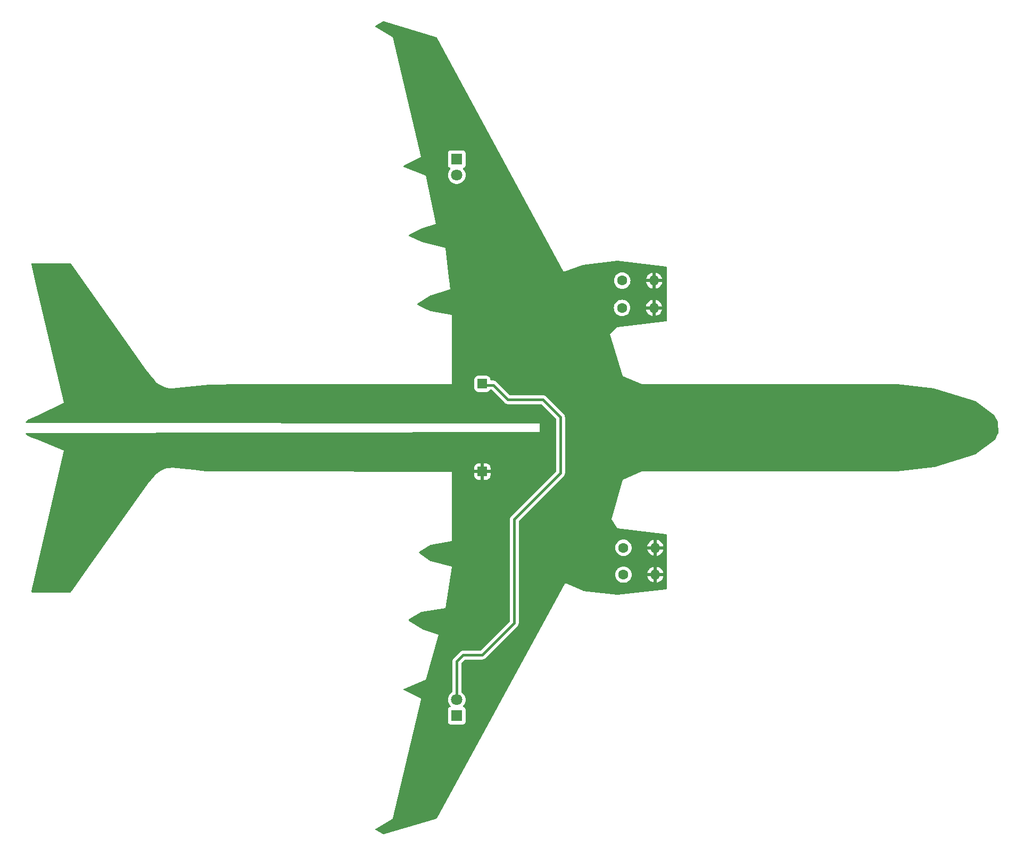
<source format=gbl>
%TF.GenerationSoftware,KiCad,Pcbnew,7.0.10*%
%TF.CreationDate,2024-11-15T17:15:35-05:00*%
%TF.ProjectId,plane,706c616e-652e-46b6-9963-61645f706362,rev?*%
%TF.SameCoordinates,Original*%
%TF.FileFunction,Copper,L2,Bot*%
%TF.FilePolarity,Positive*%
%FSLAX46Y46*%
G04 Gerber Fmt 4.6, Leading zero omitted, Abs format (unit mm)*
G04 Created by KiCad (PCBNEW 7.0.10) date 2024-11-15 17:15:35*
%MOMM*%
%LPD*%
G01*
G04 APERTURE LIST*
G04 Aperture macros list*
%AMRoundRect*
0 Rectangle with rounded corners*
0 $1 Rounding radius*
0 $2 $3 $4 $5 $6 $7 $8 $9 X,Y pos of 4 corners*
0 Add a 4 corners polygon primitive as box body*
4,1,4,$2,$3,$4,$5,$6,$7,$8,$9,$2,$3,0*
0 Add four circle primitives for the rounded corners*
1,1,$1+$1,$2,$3*
1,1,$1+$1,$4,$5*
1,1,$1+$1,$6,$7*
1,1,$1+$1,$8,$9*
0 Add four rect primitives between the rounded corners*
20,1,$1+$1,$2,$3,$4,$5,0*
20,1,$1+$1,$4,$5,$6,$7,0*
20,1,$1+$1,$6,$7,$8,$9,0*
20,1,$1+$1,$8,$9,$2,$3,0*%
G04 Aperture macros list end*
%TA.AperFunction,ComponentPad*%
%ADD10RoundRect,0.250000X-0.550000X-0.550000X0.550000X-0.550000X0.550000X0.550000X-0.550000X0.550000X0*%
%TD*%
%TA.AperFunction,ComponentPad*%
%ADD11C,1.600000*%
%TD*%
%TA.AperFunction,ComponentPad*%
%ADD12O,1.600000X1.600000*%
%TD*%
%TA.AperFunction,ComponentPad*%
%ADD13R,1.800000X1.800000*%
%TD*%
%TA.AperFunction,ComponentPad*%
%ADD14C,1.800000*%
%TD*%
%TA.AperFunction,ViaPad*%
%ADD15C,0.800000*%
%TD*%
%TA.AperFunction,Conductor*%
%ADD16C,0.200000*%
%TD*%
%TA.AperFunction,Conductor*%
%ADD17C,0.400000*%
%TD*%
G04 APERTURE END LIST*
D10*
%TO.P,GND,1,1*%
%TO.N,GND*%
X99060000Y-129540000D03*
%TD*%
%TO.P,3V,1,1*%
%TO.N,+3V0*%
X99060000Y-115570000D03*
%TD*%
D11*
%TO.P,R3,1*%
%TO.N,Net-(D3-K)*%
X121285000Y-103505000D03*
D12*
%TO.P,R3,2*%
%TO.N,GND*%
X126365000Y-103505000D03*
%TD*%
D13*
%TO.P,D2,1,K*%
%TO.N,Net-(D2-K)*%
X94996000Y-168402000D03*
D14*
%TO.P,D2,2,A*%
%TO.N,+3V0*%
X94996000Y-165862000D03*
%TD*%
D11*
%TO.P,R2,1*%
%TO.N,Net-(D2-K)*%
X121506638Y-145943629D03*
D12*
%TO.P,R2,2*%
%TO.N,GND*%
X126586638Y-145943629D03*
%TD*%
D11*
%TO.P,R1,1*%
%TO.N,Net-(D1-K)*%
X121316161Y-99155088D03*
D12*
%TO.P,R1,2*%
%TO.N,GND*%
X126396161Y-99155088D03*
%TD*%
D14*
%TO.P,D1,2,A*%
%TO.N,+3V0*%
X94996000Y-82367895D03*
D13*
%TO.P,D1,1,K*%
%TO.N,Net-(D1-K)*%
X94996000Y-79827895D03*
%TD*%
D11*
%TO.P,R4,1*%
%TO.N,Net-(D4-K)*%
X121506789Y-141673385D03*
D12*
%TO.P,R4,2*%
%TO.N,GND*%
X126586789Y-141673385D03*
%TD*%
D15*
%TO.N,GND*%
X115570000Y-129540000D03*
X115570000Y-115570000D03*
X166370000Y-125730000D03*
X166370000Y-119380000D03*
X132080000Y-125730000D03*
X132080000Y-119380000D03*
X99060000Y-105410000D03*
X88900000Y-63500000D03*
X99060000Y-93980000D03*
X95250000Y-153670000D03*
X90170000Y-181610000D03*
X99060000Y-139700000D03*
X66040000Y-127000000D03*
X66040000Y-118110000D03*
X38100000Y-127000000D03*
X38100000Y-118110000D03*
%TD*%
D16*
%TO.N,GND*%
X170180000Y-118110000D02*
X120650000Y-118110000D01*
X120015000Y-130175000D02*
X106045000Y-144145000D01*
X106045000Y-144145000D02*
X106045000Y-151765000D01*
X105410000Y-99060000D02*
X105410000Y-91440000D01*
X119380000Y-113030000D02*
X105410000Y-99060000D01*
X115570000Y-123190000D02*
X113030000Y-125730000D01*
X177800000Y-123190000D02*
X115570000Y-123190000D01*
X138430000Y-120650000D02*
X116840000Y-120650000D01*
X176530000Y-120650000D02*
X138430000Y-120650000D01*
X115570000Y-121920000D02*
X113030000Y-119380000D01*
X177800000Y-121920000D02*
X115570000Y-121920000D01*
X120650000Y-127000000D02*
X115570000Y-132080000D01*
X171450000Y-125730000D02*
X170180000Y-127000000D01*
X170180000Y-127000000D02*
X120650000Y-127000000D01*
X116840000Y-124460000D02*
X114300000Y-127000000D01*
X118110000Y-124460000D02*
X116840000Y-124460000D01*
X176530000Y-124460000D02*
X118110000Y-124460000D01*
X116840000Y-120650000D02*
X110490000Y-114300000D01*
X120650000Y-118110000D02*
X115570000Y-113030000D01*
X171450000Y-119380000D02*
X170180000Y-118110000D01*
D17*
%TO.N,+3V0*%
X94996000Y-159766000D02*
X94996000Y-165862000D01*
X96012000Y-158750000D02*
X94996000Y-159766000D01*
X99060000Y-158750000D02*
X96012000Y-158750000D01*
X104140000Y-153670000D02*
X99060000Y-158750000D01*
X104140000Y-137160000D02*
X104140000Y-153670000D01*
X111506000Y-129794000D02*
X104140000Y-137160000D01*
X111506000Y-120904000D02*
X111506000Y-129794000D01*
X108712000Y-118110000D02*
X111506000Y-120904000D01*
X103124000Y-118110000D02*
X108712000Y-118110000D01*
X100783638Y-115769638D02*
X103124000Y-118110000D01*
X99060000Y-115769638D02*
X100783638Y-115769638D01*
%TD*%
%TA.AperFunction,Conductor*%
%TO.N,GND*%
G36*
X83402578Y-57899662D02*
G01*
X91776713Y-60415623D01*
X91835253Y-60453765D01*
X91850125Y-60475430D01*
X112009427Y-97782589D01*
X112012386Y-97789073D01*
X112013815Y-97790694D01*
X112015670Y-97790444D01*
X112022403Y-97787373D01*
X115013380Y-96662535D01*
X115042530Y-96655451D01*
X120511660Y-96011922D01*
X120540238Y-96011878D01*
X128283659Y-96898329D01*
X128348025Y-96925510D01*
X128387477Y-96983175D01*
X128393556Y-97021524D01*
X128393556Y-105542100D01*
X128373871Y-105609139D01*
X128321067Y-105654894D01*
X128284047Y-105665250D01*
X120534290Y-106577131D01*
X120527334Y-106577491D01*
X120525707Y-106578083D01*
X120524265Y-106578944D01*
X120519666Y-106584041D01*
X119383563Y-107691826D01*
X119379846Y-107695144D01*
X119379460Y-107695861D01*
X119379450Y-107696662D01*
X119381089Y-107701355D01*
X121372933Y-114320709D01*
X121373988Y-114328067D01*
X121378403Y-114338959D01*
X121389426Y-114344823D01*
X121396482Y-114346599D01*
X124443226Y-115638338D01*
X124444374Y-115639032D01*
X124459005Y-115645039D01*
X124459890Y-115645409D01*
X124460613Y-115645413D01*
X124483395Y-115645635D01*
X124484560Y-115645407D01*
X164697534Y-115645407D01*
X164697563Y-115645407D01*
X164902770Y-115645466D01*
X164903060Y-115645551D01*
X164903060Y-115645466D01*
X164903103Y-115645466D01*
X164915161Y-115645498D01*
X164915452Y-115645499D01*
X164915452Y-115645575D01*
X164915793Y-115645501D01*
X165089352Y-115646454D01*
X165103120Y-115647296D01*
X170930672Y-116331173D01*
X170952687Y-116335811D01*
X171389250Y-116470138D01*
X177525123Y-118358098D01*
X177563049Y-118377412D01*
X180570189Y-120632766D01*
X180606697Y-120676511D01*
X181088889Y-121640898D01*
X181101963Y-121694318D01*
X181130568Y-123437992D01*
X181117494Y-123495480D01*
X180636265Y-124457940D01*
X180599756Y-124501686D01*
X177592621Y-126757037D01*
X177554688Y-126776354D01*
X170981780Y-128798786D01*
X170960736Y-128803306D01*
X165103601Y-129537494D01*
X165088858Y-129538455D01*
X164915254Y-129539407D01*
X164914905Y-129539409D01*
X164903673Y-129539439D01*
X164903379Y-129539439D01*
X164697535Y-129539500D01*
X124484560Y-129539500D01*
X124483395Y-129539271D01*
X124460613Y-129539494D01*
X124459907Y-129539497D01*
X124459151Y-129539675D01*
X124455923Y-129541152D01*
X124449525Y-129543813D01*
X124448808Y-129544200D01*
X121394538Y-130839131D01*
X121386756Y-130841227D01*
X121378398Y-130845957D01*
X121374779Y-130854937D01*
X121373726Y-130862927D01*
X119639442Y-137138426D01*
X119637709Y-137142047D01*
X119633455Y-137159950D01*
X119633491Y-137160201D01*
X119642655Y-137176333D01*
X119645316Y-137179304D01*
X120516367Y-138591711D01*
X120519667Y-138599232D01*
X120525636Y-138606773D01*
X120525818Y-138606815D01*
X120525820Y-138606817D01*
X120525821Y-138606816D01*
X120535358Y-138609062D01*
X120543524Y-138608861D01*
X128284048Y-139519655D01*
X128348326Y-139547038D01*
X128387597Y-139604828D01*
X128393556Y-139642805D01*
X128393556Y-148163382D01*
X128373871Y-148230421D01*
X128321067Y-148276176D01*
X128283659Y-148286577D01*
X120540246Y-149173028D01*
X120511652Y-149172983D01*
X115045866Y-148529848D01*
X115010623Y-148520287D01*
X112273676Y-147321938D01*
X112268357Y-147319323D01*
X112267770Y-147319283D01*
X112267306Y-147319693D01*
X112264731Y-147324942D01*
X91850172Y-184709863D01*
X91800766Y-184759267D01*
X91777021Y-184769190D01*
X83402581Y-187285243D01*
X83332712Y-187285681D01*
X83306930Y-187275020D01*
X82075575Y-186594617D01*
X82026417Y-186544965D01*
X82011908Y-186476618D01*
X82036653Y-186411277D01*
X82072461Y-186379330D01*
X84800210Y-184767478D01*
X84802624Y-184766610D01*
X84820692Y-184755424D01*
X84820694Y-184755424D01*
X84820695Y-184755422D01*
X84820754Y-184755386D01*
X84820914Y-184755168D01*
X84820931Y-184755099D01*
X84820933Y-184755098D01*
X84820932Y-184755095D01*
X84826214Y-184734713D01*
X84826332Y-184732076D01*
X89286530Y-165862006D01*
X93590700Y-165862006D01*
X93609864Y-166093297D01*
X93609866Y-166093308D01*
X93666842Y-166318300D01*
X93760075Y-166530848D01*
X93887016Y-166725147D01*
X93887019Y-166725151D01*
X93887021Y-166725153D01*
X93981803Y-166828114D01*
X94012724Y-166890767D01*
X94004864Y-166960193D01*
X93960716Y-167014348D01*
X93933906Y-167028277D01*
X93853669Y-167058203D01*
X93853664Y-167058206D01*
X93738455Y-167144452D01*
X93738452Y-167144455D01*
X93652206Y-167259664D01*
X93652202Y-167259671D01*
X93601908Y-167394517D01*
X93595501Y-167454116D01*
X93595501Y-167454123D01*
X93595500Y-167454135D01*
X93595500Y-169349870D01*
X93595501Y-169349876D01*
X93601908Y-169409483D01*
X93652202Y-169544328D01*
X93652206Y-169544335D01*
X93738452Y-169659544D01*
X93738455Y-169659547D01*
X93853664Y-169745793D01*
X93853671Y-169745797D01*
X93988517Y-169796091D01*
X93988516Y-169796091D01*
X93995444Y-169796835D01*
X94048127Y-169802500D01*
X95943872Y-169802499D01*
X96003483Y-169796091D01*
X96138331Y-169745796D01*
X96253546Y-169659546D01*
X96339796Y-169544331D01*
X96390091Y-169409483D01*
X96396500Y-169349873D01*
X96396499Y-167454128D01*
X96390091Y-167394517D01*
X96339796Y-167259669D01*
X96339795Y-167259668D01*
X96339793Y-167259664D01*
X96253547Y-167144455D01*
X96253544Y-167144452D01*
X96138335Y-167058206D01*
X96138328Y-167058202D01*
X96058094Y-167028277D01*
X96002160Y-166986406D01*
X95977743Y-166920941D01*
X95992595Y-166852668D01*
X96010190Y-166828121D01*
X96104979Y-166725153D01*
X96231924Y-166530849D01*
X96325157Y-166318300D01*
X96382134Y-166093305D01*
X96401300Y-165862000D01*
X96401300Y-165861993D01*
X96382135Y-165630702D01*
X96382133Y-165630691D01*
X96325157Y-165405699D01*
X96231924Y-165193151D01*
X96104983Y-164998852D01*
X96104980Y-164998849D01*
X96104979Y-164998847D01*
X95947784Y-164828087D01*
X95947779Y-164828083D01*
X95947777Y-164828081D01*
X95764634Y-164685535D01*
X95764622Y-164685527D01*
X95761473Y-164683823D01*
X95760433Y-164682790D01*
X95760334Y-164682726D01*
X95760347Y-164682705D01*
X95711887Y-164634599D01*
X95696500Y-164574773D01*
X95696500Y-160107519D01*
X95716185Y-160040480D01*
X95732819Y-160019838D01*
X96265838Y-159486819D01*
X96327161Y-159453334D01*
X96353519Y-159450500D01*
X99035079Y-159450500D01*
X99042566Y-159450725D01*
X99102606Y-159454358D01*
X99161782Y-159443513D01*
X99169185Y-159442387D01*
X99172921Y-159441933D01*
X99228872Y-159435140D01*
X99238335Y-159431550D01*
X99259961Y-159425522D01*
X99260893Y-159425351D01*
X99269932Y-159423695D01*
X99324808Y-159398996D01*
X99331678Y-159396150D01*
X99387930Y-159374818D01*
X99396266Y-159369062D01*
X99415821Y-159358034D01*
X99425057Y-159353878D01*
X99472413Y-159316775D01*
X99478404Y-159312366D01*
X99527929Y-159278183D01*
X99567822Y-159233151D01*
X99572924Y-159227731D01*
X104617731Y-154182924D01*
X104623151Y-154177822D01*
X104668183Y-154137929D01*
X104702366Y-154088404D01*
X104706775Y-154082413D01*
X104743878Y-154035057D01*
X104748034Y-154025821D01*
X104759062Y-154006266D01*
X104764818Y-153997930D01*
X104786150Y-153941678D01*
X104789010Y-153934776D01*
X104813693Y-153879936D01*
X104813693Y-153879934D01*
X104813695Y-153879931D01*
X104815522Y-153869959D01*
X104821546Y-153848347D01*
X104825140Y-153838872D01*
X104832387Y-153779184D01*
X104833514Y-153771777D01*
X104844358Y-153712606D01*
X104840726Y-153652565D01*
X104840500Y-153645078D01*
X104840500Y-145943630D01*
X120201170Y-145943630D01*
X120221002Y-146170315D01*
X120221004Y-146170326D01*
X120279896Y-146390117D01*
X120279899Y-146390126D01*
X120376069Y-146596361D01*
X120376070Y-146596363D01*
X120506592Y-146782770D01*
X120667496Y-146943674D01*
X120667499Y-146943676D01*
X120853904Y-147074197D01*
X121060142Y-147170368D01*
X121279946Y-147229264D01*
X121441868Y-147243430D01*
X121506636Y-147249097D01*
X121506638Y-147249097D01*
X121506640Y-147249097D01*
X121563311Y-147244138D01*
X121733330Y-147229264D01*
X121953134Y-147170368D01*
X122159372Y-147074197D01*
X122345777Y-146943676D01*
X122506685Y-146782768D01*
X122637206Y-146596363D01*
X122733377Y-146390125D01*
X122792273Y-146170321D01*
X122812106Y-145943629D01*
X122792273Y-145716937D01*
X122786027Y-145693628D01*
X125307765Y-145693628D01*
X125307766Y-145693629D01*
X126270952Y-145693629D01*
X126258997Y-145705584D01*
X126201473Y-145818481D01*
X126181652Y-145943629D01*
X126201473Y-146068777D01*
X126258997Y-146181674D01*
X126270952Y-146193629D01*
X125307766Y-146193629D01*
X125360368Y-146389946D01*
X125360372Y-146389955D01*
X125456503Y-146596111D01*
X125586980Y-146782449D01*
X125747817Y-146943286D01*
X125934155Y-147073763D01*
X126140311Y-147169894D01*
X126140320Y-147169898D01*
X126336637Y-147222501D01*
X126336638Y-147222500D01*
X126336638Y-146259315D01*
X126348593Y-146271270D01*
X126461490Y-146328794D01*
X126555157Y-146343629D01*
X126618119Y-146343629D01*
X126711786Y-146328794D01*
X126824683Y-146271270D01*
X126836638Y-146259315D01*
X126836638Y-147222501D01*
X127032955Y-147169898D01*
X127032964Y-147169894D01*
X127239120Y-147073763D01*
X127425458Y-146943286D01*
X127586295Y-146782449D01*
X127716772Y-146596111D01*
X127812903Y-146389955D01*
X127812907Y-146389946D01*
X127865510Y-146193629D01*
X126902324Y-146193629D01*
X126914279Y-146181674D01*
X126971803Y-146068777D01*
X126991624Y-145943629D01*
X126971803Y-145818481D01*
X126914279Y-145705584D01*
X126902324Y-145693629D01*
X127865510Y-145693629D01*
X127865510Y-145693628D01*
X127812907Y-145497311D01*
X127812903Y-145497302D01*
X127716772Y-145291146D01*
X127586295Y-145104808D01*
X127425458Y-144943971D01*
X127239120Y-144813494D01*
X127032966Y-144717363D01*
X126836638Y-144664756D01*
X126836638Y-145627943D01*
X126824683Y-145615988D01*
X126711786Y-145558464D01*
X126618119Y-145543629D01*
X126555157Y-145543629D01*
X126461490Y-145558464D01*
X126348593Y-145615988D01*
X126336638Y-145627943D01*
X126336638Y-144664756D01*
X126140309Y-144717363D01*
X125934155Y-144813494D01*
X125747817Y-144943971D01*
X125586980Y-145104808D01*
X125456503Y-145291146D01*
X125360372Y-145497302D01*
X125360368Y-145497311D01*
X125307765Y-145693628D01*
X122786027Y-145693628D01*
X122733377Y-145497133D01*
X122637206Y-145290895D01*
X122506685Y-145104490D01*
X122506683Y-145104487D01*
X122345779Y-144943583D01*
X122159372Y-144813061D01*
X122159370Y-144813060D01*
X121953135Y-144716890D01*
X121953126Y-144716887D01*
X121733335Y-144657995D01*
X121733331Y-144657994D01*
X121733330Y-144657994D01*
X121733329Y-144657993D01*
X121733324Y-144657993D01*
X121506640Y-144638161D01*
X121506636Y-144638161D01*
X121279951Y-144657993D01*
X121279940Y-144657995D01*
X121060149Y-144716887D01*
X121060140Y-144716890D01*
X120853905Y-144813060D01*
X120853903Y-144813061D01*
X120667496Y-144943583D01*
X120506592Y-145104487D01*
X120376070Y-145290894D01*
X120376069Y-145290896D01*
X120279899Y-145497131D01*
X120279896Y-145497140D01*
X120221004Y-145716931D01*
X120221002Y-145716942D01*
X120201170Y-145943627D01*
X120201170Y-145943630D01*
X104840500Y-145943630D01*
X104840500Y-141673386D01*
X120201321Y-141673386D01*
X120221153Y-141900071D01*
X120221155Y-141900082D01*
X120280047Y-142119873D01*
X120280050Y-142119882D01*
X120376220Y-142326117D01*
X120376221Y-142326119D01*
X120506743Y-142512526D01*
X120667647Y-142673430D01*
X120667650Y-142673432D01*
X120854055Y-142803953D01*
X121060293Y-142900124D01*
X121280097Y-142959020D01*
X121442019Y-142973186D01*
X121506787Y-142978853D01*
X121506789Y-142978853D01*
X121506791Y-142978853D01*
X121563462Y-142973894D01*
X121733481Y-142959020D01*
X121953285Y-142900124D01*
X122159523Y-142803953D01*
X122345928Y-142673432D01*
X122506836Y-142512524D01*
X122637357Y-142326119D01*
X122733528Y-142119881D01*
X122792424Y-141900077D01*
X122812257Y-141673385D01*
X122792424Y-141446693D01*
X122786178Y-141423384D01*
X125307916Y-141423384D01*
X125307917Y-141423385D01*
X126271103Y-141423385D01*
X126259148Y-141435340D01*
X126201624Y-141548237D01*
X126181803Y-141673385D01*
X126201624Y-141798533D01*
X126259148Y-141911430D01*
X126271103Y-141923385D01*
X125307917Y-141923385D01*
X125360519Y-142119702D01*
X125360523Y-142119711D01*
X125456654Y-142325867D01*
X125587131Y-142512205D01*
X125747968Y-142673042D01*
X125934306Y-142803519D01*
X126140462Y-142899650D01*
X126140471Y-142899654D01*
X126336788Y-142952257D01*
X126336789Y-142952256D01*
X126336789Y-141989071D01*
X126348744Y-142001026D01*
X126461641Y-142058550D01*
X126555308Y-142073385D01*
X126618270Y-142073385D01*
X126711937Y-142058550D01*
X126824834Y-142001026D01*
X126836789Y-141989071D01*
X126836789Y-142952257D01*
X127033106Y-142899654D01*
X127033115Y-142899650D01*
X127239271Y-142803519D01*
X127425609Y-142673042D01*
X127586446Y-142512205D01*
X127716923Y-142325867D01*
X127813054Y-142119711D01*
X127813058Y-142119702D01*
X127865661Y-141923385D01*
X126902475Y-141923385D01*
X126914430Y-141911430D01*
X126971954Y-141798533D01*
X126991775Y-141673385D01*
X126971954Y-141548237D01*
X126914430Y-141435340D01*
X126902475Y-141423385D01*
X127865661Y-141423385D01*
X127865661Y-141423384D01*
X127813058Y-141227067D01*
X127813054Y-141227058D01*
X127716923Y-141020902D01*
X127586446Y-140834564D01*
X127425609Y-140673727D01*
X127239271Y-140543250D01*
X127033117Y-140447119D01*
X126836789Y-140394512D01*
X126836789Y-141357699D01*
X126824834Y-141345744D01*
X126711937Y-141288220D01*
X126618270Y-141273385D01*
X126555308Y-141273385D01*
X126461641Y-141288220D01*
X126348744Y-141345744D01*
X126336789Y-141357699D01*
X126336789Y-140394512D01*
X126140460Y-140447119D01*
X125934306Y-140543250D01*
X125747968Y-140673727D01*
X125587131Y-140834564D01*
X125456654Y-141020902D01*
X125360523Y-141227058D01*
X125360519Y-141227067D01*
X125307916Y-141423384D01*
X122786178Y-141423384D01*
X122733528Y-141226889D01*
X122637357Y-141020651D01*
X122506836Y-140834246D01*
X122506834Y-140834243D01*
X122345930Y-140673339D01*
X122159523Y-140542817D01*
X122159521Y-140542816D01*
X121953286Y-140446646D01*
X121953277Y-140446643D01*
X121733486Y-140387751D01*
X121733482Y-140387750D01*
X121733481Y-140387750D01*
X121733480Y-140387749D01*
X121733475Y-140387749D01*
X121506791Y-140367917D01*
X121506787Y-140367917D01*
X121280102Y-140387749D01*
X121280091Y-140387751D01*
X121060300Y-140446643D01*
X121060291Y-140446646D01*
X120854056Y-140542816D01*
X120854054Y-140542817D01*
X120667647Y-140673339D01*
X120506743Y-140834243D01*
X120376221Y-141020650D01*
X120376220Y-141020652D01*
X120280050Y-141226887D01*
X120280047Y-141226896D01*
X120221155Y-141446687D01*
X120221153Y-141446698D01*
X120201321Y-141673383D01*
X120201321Y-141673386D01*
X104840500Y-141673386D01*
X104840500Y-137501518D01*
X104860185Y-137434479D01*
X104876814Y-137413842D01*
X111983731Y-130306924D01*
X111989151Y-130301822D01*
X112034183Y-130261929D01*
X112068366Y-130212404D01*
X112072775Y-130206413D01*
X112109878Y-130159057D01*
X112114034Y-130149821D01*
X112125062Y-130130266D01*
X112130818Y-130121930D01*
X112152150Y-130065678D01*
X112154996Y-130058808D01*
X112179695Y-130003932D01*
X112181522Y-129993962D01*
X112187549Y-129972338D01*
X112191140Y-129962872D01*
X112198390Y-129903157D01*
X112199509Y-129895799D01*
X112210357Y-129836606D01*
X112206726Y-129776577D01*
X112206500Y-129769090D01*
X112206500Y-120928920D01*
X112206726Y-120921432D01*
X112210358Y-120861394D01*
X112199514Y-120802221D01*
X112198387Y-120794815D01*
X112198128Y-120792689D01*
X112191140Y-120735128D01*
X112187548Y-120725656D01*
X112181521Y-120704034D01*
X112179695Y-120694071D01*
X112179693Y-120694063D01*
X112155009Y-120639221D01*
X112152154Y-120632331D01*
X112130818Y-120576070D01*
X112125062Y-120567731D01*
X112114034Y-120548177D01*
X112109880Y-120538946D01*
X112095743Y-120520902D01*
X112072780Y-120491591D01*
X112068352Y-120485573D01*
X112034183Y-120436071D01*
X111989153Y-120396178D01*
X111983715Y-120391058D01*
X109224940Y-117632283D01*
X109219805Y-117626828D01*
X109179929Y-117581816D01*
X109179924Y-117581812D01*
X109130438Y-117547655D01*
X109124403Y-117543215D01*
X109077060Y-117506124D01*
X109077055Y-117506120D01*
X109067813Y-117501961D01*
X109048266Y-117490936D01*
X109039931Y-117485183D01*
X109039932Y-117485183D01*
X109039930Y-117485182D01*
X108983694Y-117463854D01*
X108976790Y-117460994D01*
X108921932Y-117436305D01*
X108921930Y-117436304D01*
X108911946Y-117434474D01*
X108890343Y-117428451D01*
X108880874Y-117424860D01*
X108880871Y-117424859D01*
X108821171Y-117417610D01*
X108813770Y-117416483D01*
X108754609Y-117405642D01*
X108754603Y-117405642D01*
X108694567Y-117409274D01*
X108687079Y-117409500D01*
X103465519Y-117409500D01*
X103398480Y-117389815D01*
X103377838Y-117373181D01*
X101296578Y-115291921D01*
X101291443Y-115286466D01*
X101251567Y-115241454D01*
X101251562Y-115241450D01*
X101202076Y-115207293D01*
X101196041Y-115202853D01*
X101148698Y-115165762D01*
X101148693Y-115165758D01*
X101139451Y-115161599D01*
X101119904Y-115150574D01*
X101111569Y-115144821D01*
X101111570Y-115144821D01*
X101111568Y-115144820D01*
X101055332Y-115123492D01*
X101048428Y-115120632D01*
X100993570Y-115095943D01*
X100993568Y-115095942D01*
X100983584Y-115094112D01*
X100961981Y-115088089D01*
X100952512Y-115084498D01*
X100952509Y-115084497D01*
X100892809Y-115077248D01*
X100885408Y-115076121D01*
X100826247Y-115065280D01*
X100826241Y-115065280D01*
X100766205Y-115068912D01*
X100758717Y-115069138D01*
X100482606Y-115069138D01*
X100415567Y-115049453D01*
X100369812Y-114996649D01*
X100359248Y-114957740D01*
X100355717Y-114923186D01*
X100349999Y-114867203D01*
X100294814Y-114700666D01*
X100202712Y-114551344D01*
X100078656Y-114427288D01*
X99935451Y-114338959D01*
X99929336Y-114335187D01*
X99929331Y-114335185D01*
X99885645Y-114320709D01*
X99762797Y-114280001D01*
X99762795Y-114280000D01*
X99660010Y-114269500D01*
X98459998Y-114269500D01*
X98459981Y-114269501D01*
X98357203Y-114280000D01*
X98357200Y-114280001D01*
X98190668Y-114335185D01*
X98190663Y-114335187D01*
X98041342Y-114427289D01*
X97917289Y-114551342D01*
X97825187Y-114700663D01*
X97825186Y-114700666D01*
X97770001Y-114867203D01*
X97770001Y-114867204D01*
X97770000Y-114867204D01*
X97759500Y-114969983D01*
X97759500Y-116170001D01*
X97759501Y-116170018D01*
X97770000Y-116272796D01*
X97770001Y-116272799D01*
X97825185Y-116439331D01*
X97825186Y-116439334D01*
X97917288Y-116588656D01*
X98041344Y-116712712D01*
X98190666Y-116804814D01*
X98357203Y-116859999D01*
X98459991Y-116870500D01*
X99660008Y-116870499D01*
X99762797Y-116859999D01*
X99929334Y-116804814D01*
X100078656Y-116712712D01*
X100202712Y-116588656D01*
X100239482Y-116529042D01*
X100291430Y-116482317D01*
X100345021Y-116470138D01*
X100442119Y-116470138D01*
X100509158Y-116489823D01*
X100529800Y-116506457D01*
X102611058Y-118587715D01*
X102616178Y-118593153D01*
X102656071Y-118638183D01*
X102705573Y-118672352D01*
X102711591Y-118676780D01*
X102758944Y-118713878D01*
X102758947Y-118713880D01*
X102758946Y-118713880D01*
X102768177Y-118718034D01*
X102787731Y-118729062D01*
X102796070Y-118734818D01*
X102852331Y-118756154D01*
X102859208Y-118759003D01*
X102880563Y-118768615D01*
X102914063Y-118783693D01*
X102914066Y-118783693D01*
X102914069Y-118783695D01*
X102924034Y-118785521D01*
X102945656Y-118791548D01*
X102948777Y-118792731D01*
X102955128Y-118795140D01*
X103012689Y-118802128D01*
X103014815Y-118802387D01*
X103022222Y-118803514D01*
X103081394Y-118814358D01*
X103141433Y-118810725D01*
X103148921Y-118810500D01*
X108370481Y-118810500D01*
X108437520Y-118830185D01*
X108458162Y-118846819D01*
X110769181Y-121157838D01*
X110802666Y-121219161D01*
X110805500Y-121245519D01*
X110805500Y-129452480D01*
X110785815Y-129519519D01*
X110769181Y-129540161D01*
X103662290Y-136647051D01*
X103656838Y-136652183D01*
X103611819Y-136692068D01*
X103577649Y-136741569D01*
X103573213Y-136747597D01*
X103536124Y-136794938D01*
X103536119Y-136794948D01*
X103531960Y-136804188D01*
X103520942Y-136823723D01*
X103515187Y-136832061D01*
X103515179Y-136832076D01*
X103493853Y-136888305D01*
X103490989Y-136895220D01*
X103466305Y-136950068D01*
X103464477Y-136960042D01*
X103458453Y-136981653D01*
X103454860Y-136991127D01*
X103454860Y-136991128D01*
X103447610Y-137050827D01*
X103446483Y-137058227D01*
X103435642Y-137117389D01*
X103435642Y-137117395D01*
X103439274Y-137177432D01*
X103439500Y-137184920D01*
X103439500Y-153328481D01*
X103419815Y-153395520D01*
X103403181Y-153416162D01*
X98806162Y-158013181D01*
X98744839Y-158046666D01*
X98718481Y-158049500D01*
X96036921Y-158049500D01*
X96029433Y-158049274D01*
X95969396Y-158045642D01*
X95969389Y-158045642D01*
X95910227Y-158056483D01*
X95902827Y-158057610D01*
X95843128Y-158064860D01*
X95843127Y-158064860D01*
X95833653Y-158068453D01*
X95812042Y-158074477D01*
X95802068Y-158076305D01*
X95747220Y-158100989D01*
X95740305Y-158103853D01*
X95684076Y-158125179D01*
X95684061Y-158125187D01*
X95675723Y-158130942D01*
X95656188Y-158141960D01*
X95646948Y-158146119D01*
X95646938Y-158146124D01*
X95599597Y-158183213D01*
X95593569Y-158187649D01*
X95544068Y-158221819D01*
X95504183Y-158266838D01*
X95499051Y-158272290D01*
X94518290Y-159253051D01*
X94512838Y-159258183D01*
X94467819Y-159298068D01*
X94433649Y-159347569D01*
X94429213Y-159353597D01*
X94392124Y-159400938D01*
X94392119Y-159400948D01*
X94387960Y-159410188D01*
X94376942Y-159429723D01*
X94371187Y-159438061D01*
X94371179Y-159438076D01*
X94349853Y-159494305D01*
X94346989Y-159501220D01*
X94322305Y-159556068D01*
X94320477Y-159566042D01*
X94314453Y-159587653D01*
X94310860Y-159597127D01*
X94310860Y-159597128D01*
X94303610Y-159656827D01*
X94302483Y-159664227D01*
X94291642Y-159723389D01*
X94291642Y-159723395D01*
X94295274Y-159783432D01*
X94295500Y-159790920D01*
X94295500Y-164574773D01*
X94275815Y-164641812D01*
X94230527Y-164683823D01*
X94227377Y-164685527D01*
X94227365Y-164685535D01*
X94044222Y-164828081D01*
X94044219Y-164828084D01*
X93887016Y-164998852D01*
X93760075Y-165193151D01*
X93666842Y-165405699D01*
X93609866Y-165630691D01*
X93609864Y-165630702D01*
X93590700Y-165861993D01*
X93590700Y-165862006D01*
X89286530Y-165862006D01*
X89319641Y-165721920D01*
X89322833Y-165713100D01*
X89322945Y-165709787D01*
X89323074Y-165707343D01*
X89320962Y-165705763D01*
X89318929Y-165704175D01*
X89310324Y-165701034D01*
X86562548Y-164342335D01*
X86511178Y-164294974D01*
X86493569Y-164227360D01*
X86515310Y-164160959D01*
X86569498Y-164116853D01*
X86571459Y-164116049D01*
X90009368Y-162743666D01*
X90017581Y-162741597D01*
X90025073Y-162737412D01*
X90025144Y-162737244D01*
X90025147Y-162737242D01*
X90025147Y-162737238D01*
X90028526Y-162729338D01*
X90029720Y-162720954D01*
X92076678Y-155493513D01*
X92077806Y-155489852D01*
X92077779Y-155489575D01*
X92077726Y-155489473D01*
X92077460Y-155489253D01*
X92074052Y-155488209D01*
X89570083Y-154667591D01*
X89543447Y-154655200D01*
X87361044Y-153304615D01*
X87314396Y-153252598D01*
X87303276Y-153183619D01*
X87331215Y-153119578D01*
X87363583Y-153092201D01*
X89419397Y-151887070D01*
X89462265Y-151871643D01*
X93207562Y-151264710D01*
X93214059Y-151264697D01*
X93222619Y-151262641D01*
X93227742Y-151261620D01*
X93227864Y-151261540D01*
X93227971Y-151261377D01*
X93229110Y-151255466D01*
X93230894Y-151248078D01*
X93230868Y-151241199D01*
X94252903Y-144720450D01*
X94254301Y-144713730D01*
X94254091Y-144713406D01*
X94253367Y-144713006D01*
X94247339Y-144711732D01*
X90903835Y-143834592D01*
X90864125Y-143816189D01*
X89051918Y-142545867D01*
X89008321Y-142491267D01*
X89001164Y-142421765D01*
X89032719Y-142359427D01*
X89055919Y-142340101D01*
X90842638Y-141188681D01*
X90887944Y-141170857D01*
X94236171Y-140571439D01*
X94244190Y-140570721D01*
X94245770Y-140570067D01*
X94246948Y-140569585D01*
X94247279Y-140569451D01*
X94247288Y-140569450D01*
X94247295Y-140569444D01*
X94247546Y-140569344D01*
X94247557Y-140569293D01*
X94247916Y-140567592D01*
X94248304Y-140565812D01*
X94247602Y-140557806D01*
X94247602Y-129790000D01*
X97760001Y-129790000D01*
X97760001Y-130139986D01*
X97770494Y-130242697D01*
X97825641Y-130409119D01*
X97825643Y-130409124D01*
X97917684Y-130558345D01*
X98041654Y-130682315D01*
X98190875Y-130774356D01*
X98190880Y-130774358D01*
X98357302Y-130829505D01*
X98357309Y-130829506D01*
X98460019Y-130839999D01*
X98809999Y-130839999D01*
X98810000Y-130839998D01*
X98810000Y-129790000D01*
X97760001Y-129790000D01*
X94247602Y-129790000D01*
X94247602Y-129604437D01*
X94247603Y-129603989D01*
X94247643Y-129592905D01*
X94247487Y-129592525D01*
X94247485Y-129592523D01*
X94247467Y-129592512D01*
X94247104Y-129592365D01*
X94231635Y-129592365D01*
X63294361Y-129511840D01*
X98756105Y-129511840D01*
X98766454Y-129623521D01*
X98816448Y-129723922D01*
X98899334Y-129799484D01*
X99003920Y-129840000D01*
X99087802Y-129840000D01*
X99170250Y-129824588D01*
X99226111Y-129790000D01*
X99310000Y-129790000D01*
X99310000Y-130839999D01*
X99659972Y-130839999D01*
X99659986Y-130839998D01*
X99762697Y-130829505D01*
X99929119Y-130774358D01*
X99929124Y-130774356D01*
X100078345Y-130682315D01*
X100202315Y-130558345D01*
X100294356Y-130409124D01*
X100294358Y-130409119D01*
X100349505Y-130242697D01*
X100349506Y-130242690D01*
X100359999Y-130139986D01*
X100360000Y-130139973D01*
X100360000Y-129790000D01*
X99310000Y-129790000D01*
X99226111Y-129790000D01*
X99265610Y-129765543D01*
X99333201Y-129676038D01*
X99363895Y-129568160D01*
X99353546Y-129456479D01*
X99303552Y-129356078D01*
X99220666Y-129280516D01*
X99116080Y-129240000D01*
X99032198Y-129240000D01*
X98949750Y-129255412D01*
X98854390Y-129314457D01*
X98786799Y-129403962D01*
X98756105Y-129511840D01*
X63294361Y-129511840D01*
X55124078Y-129490574D01*
X55112013Y-129489954D01*
X53120559Y-129290000D01*
X97760000Y-129290000D01*
X98810000Y-129290000D01*
X98810000Y-128240000D01*
X99310000Y-128240000D01*
X99310000Y-129290000D01*
X100359999Y-129290000D01*
X100359999Y-128940028D01*
X100359998Y-128940013D01*
X100349505Y-128837302D01*
X100294358Y-128670880D01*
X100294356Y-128670875D01*
X100202315Y-128521654D01*
X100078345Y-128397684D01*
X99929124Y-128305643D01*
X99929119Y-128305641D01*
X99762697Y-128250494D01*
X99762690Y-128250493D01*
X99659986Y-128240000D01*
X99310000Y-128240000D01*
X98810000Y-128240000D01*
X98460028Y-128240000D01*
X98460012Y-128240001D01*
X98357302Y-128250494D01*
X98190880Y-128305641D01*
X98190875Y-128305643D01*
X98041654Y-128397684D01*
X97917684Y-128521654D01*
X97825643Y-128670875D01*
X97825641Y-128670880D01*
X97770494Y-128837302D01*
X97770493Y-128837309D01*
X97760000Y-128940013D01*
X97760000Y-129290000D01*
X53120559Y-129290000D01*
X50553154Y-129032217D01*
X50538872Y-129029935D01*
X50369369Y-128992604D01*
X50369370Y-128992604D01*
X50198088Y-128971911D01*
X50010039Y-128949192D01*
X50010034Y-128949191D01*
X50010025Y-128949191D01*
X49672302Y-128941154D01*
X49648199Y-128940581D01*
X49648198Y-128940581D01*
X49648197Y-128940581D01*
X49287212Y-128966851D01*
X48930428Y-129027759D01*
X48581186Y-129122733D01*
X48581174Y-129122737D01*
X48242674Y-129250908D01*
X47918113Y-129411066D01*
X47918105Y-129411070D01*
X47610460Y-129601743D01*
X47322613Y-129821146D01*
X47322607Y-129821151D01*
X47057214Y-130067260D01*
X46941932Y-130196980D01*
X46940580Y-130198332D01*
X46937809Y-130201582D01*
X46936195Y-130203437D01*
X46908390Y-130234760D01*
X46903796Y-130241403D01*
X45834454Y-131493366D01*
X45831127Y-131496921D01*
X45829965Y-131498416D01*
X45827352Y-131502481D01*
X36298252Y-144943583D01*
X33936781Y-148274514D01*
X33610179Y-148735196D01*
X33555349Y-148778501D01*
X33509022Y-148787480D01*
X27443906Y-148787480D01*
X27376867Y-148767795D01*
X27331112Y-148714991D01*
X27321168Y-148645833D01*
X27323106Y-148635491D01*
X27347854Y-148528678D01*
X32510106Y-126248383D01*
X32512500Y-126240918D01*
X32512500Y-126240463D01*
X32512548Y-126237726D01*
X32510409Y-126236252D01*
X32509966Y-126235936D01*
X32502612Y-126233563D01*
X28402661Y-124532537D01*
X28402440Y-124532444D01*
X27272701Y-124061161D01*
X26757605Y-123846284D01*
X26729503Y-123829943D01*
X26469543Y-123628949D01*
X26428548Y-123572370D01*
X26424649Y-123502609D01*
X26459085Y-123441815D01*
X26520922Y-123409289D01*
X26545136Y-123406851D01*
X108178526Y-123241087D01*
X108199358Y-123241087D01*
X108199319Y-123219572D01*
X108199319Y-123219329D01*
X108199529Y-121914252D01*
X108199531Y-121913836D01*
X108199570Y-121907179D01*
X108199573Y-121907175D01*
X108199571Y-121907170D01*
X108199417Y-121906793D01*
X108199416Y-121906792D01*
X108199399Y-121906780D01*
X108199033Y-121906633D01*
X108174928Y-121906633D01*
X108174928Y-121906605D01*
X108174734Y-121906637D01*
X26533481Y-121787122D01*
X26466471Y-121767339D01*
X26420793Y-121714468D01*
X26410951Y-121645295D01*
X26440069Y-121581782D01*
X26457810Y-121565028D01*
X26746770Y-121341612D01*
X26774862Y-121325277D01*
X28347720Y-120669142D01*
X28351903Y-120667718D01*
X28359768Y-120664146D01*
X28360141Y-120663992D01*
X28364030Y-120661695D01*
X32499406Y-118624759D01*
X32507979Y-118621680D01*
X32511200Y-118619243D01*
X32512542Y-118618255D01*
X32512455Y-118616564D01*
X32512311Y-118612763D01*
X32509272Y-118604219D01*
X32505391Y-118587715D01*
X28041272Y-99601585D01*
X27323722Y-96549809D01*
X27327540Y-96480043D01*
X27368469Y-96423417D01*
X27433516Y-96397908D01*
X27444430Y-96397427D01*
X33509022Y-96397427D01*
X33576061Y-96417112D01*
X33610178Y-96449710D01*
X41587058Y-107701355D01*
X45826025Y-113680553D01*
X45828116Y-113683943D01*
X45828158Y-113683995D01*
X45832997Y-113690405D01*
X45833177Y-113690660D01*
X45835877Y-113693612D01*
X46296939Y-114269500D01*
X46879101Y-114996649D01*
X46886794Y-115006257D01*
X46889635Y-115013179D01*
X46916580Y-115043498D01*
X46916580Y-115043499D01*
X46935937Y-115065280D01*
X47036794Y-115178769D01*
X47036806Y-115178780D01*
X47302181Y-115424872D01*
X47302188Y-115424877D01*
X47302192Y-115424881D01*
X47590050Y-115644292D01*
X47897698Y-115834966D01*
X48222276Y-115995130D01*
X48560768Y-116123298D01*
X48910028Y-116218276D01*
X49266811Y-116279184D01*
X49627801Y-116305454D01*
X49989643Y-116296843D01*
X50348974Y-116253431D01*
X50518164Y-116216167D01*
X50533327Y-116213802D01*
X55610159Y-115741181D01*
X55618259Y-115740694D01*
X61059956Y-115592547D01*
X61063331Y-115592502D01*
X94222342Y-115592502D01*
X94222485Y-115592530D01*
X94222486Y-115592526D01*
X94247099Y-115592541D01*
X94247102Y-115592543D01*
X94247485Y-115592385D01*
X94247602Y-115592101D01*
X94247643Y-115592002D01*
X94247642Y-115591999D01*
X94247685Y-115567891D01*
X94247602Y-115567469D01*
X94247602Y-104627416D01*
X94248338Y-104619272D01*
X94247924Y-104617365D01*
X94247548Y-104615563D01*
X94244280Y-104614236D01*
X94236451Y-104613517D01*
X90879029Y-104012453D01*
X90849109Y-104003069D01*
X89765128Y-103505001D01*
X119979532Y-103505001D01*
X119999364Y-103731686D01*
X119999366Y-103731697D01*
X120058258Y-103951488D01*
X120058261Y-103951497D01*
X120154431Y-104157732D01*
X120154432Y-104157734D01*
X120284954Y-104344141D01*
X120445858Y-104505045D01*
X120445861Y-104505047D01*
X120632266Y-104635568D01*
X120838504Y-104731739D01*
X121058308Y-104790635D01*
X121220230Y-104804801D01*
X121284998Y-104810468D01*
X121285000Y-104810468D01*
X121285002Y-104810468D01*
X121341673Y-104805509D01*
X121511692Y-104790635D01*
X121731496Y-104731739D01*
X121937734Y-104635568D01*
X122124139Y-104505047D01*
X122285047Y-104344139D01*
X122415568Y-104157734D01*
X122511739Y-103951496D01*
X122570635Y-103731692D01*
X122590468Y-103505000D01*
X122570635Y-103278308D01*
X122564389Y-103254999D01*
X125086127Y-103254999D01*
X125086128Y-103255000D01*
X126049314Y-103255000D01*
X126037359Y-103266955D01*
X125979835Y-103379852D01*
X125960014Y-103505000D01*
X125979835Y-103630148D01*
X126037359Y-103743045D01*
X126049314Y-103755000D01*
X125086128Y-103755000D01*
X125138730Y-103951317D01*
X125138734Y-103951326D01*
X125234865Y-104157482D01*
X125365342Y-104343820D01*
X125526179Y-104504657D01*
X125712517Y-104635134D01*
X125918673Y-104731265D01*
X125918682Y-104731269D01*
X126114999Y-104783872D01*
X126115000Y-104783871D01*
X126115000Y-103820686D01*
X126126955Y-103832641D01*
X126239852Y-103890165D01*
X126333519Y-103905000D01*
X126396481Y-103905000D01*
X126490148Y-103890165D01*
X126603045Y-103832641D01*
X126615000Y-103820686D01*
X126615000Y-104783872D01*
X126811317Y-104731269D01*
X126811326Y-104731265D01*
X127017482Y-104635134D01*
X127203820Y-104504657D01*
X127364657Y-104343820D01*
X127495134Y-104157482D01*
X127591265Y-103951326D01*
X127591269Y-103951317D01*
X127643872Y-103755000D01*
X126680686Y-103755000D01*
X126692641Y-103743045D01*
X126750165Y-103630148D01*
X126769986Y-103505000D01*
X126750165Y-103379852D01*
X126692641Y-103266955D01*
X126680686Y-103255000D01*
X127643872Y-103255000D01*
X127643872Y-103254999D01*
X127591269Y-103058682D01*
X127591265Y-103058673D01*
X127495134Y-102852517D01*
X127364657Y-102666179D01*
X127203820Y-102505342D01*
X127017482Y-102374865D01*
X126811328Y-102278734D01*
X126615000Y-102226127D01*
X126615000Y-103189314D01*
X126603045Y-103177359D01*
X126490148Y-103119835D01*
X126396481Y-103105000D01*
X126333519Y-103105000D01*
X126239852Y-103119835D01*
X126126955Y-103177359D01*
X126115000Y-103189314D01*
X126115000Y-102226127D01*
X125918671Y-102278734D01*
X125712517Y-102374865D01*
X125526179Y-102505342D01*
X125365342Y-102666179D01*
X125234865Y-102852517D01*
X125138734Y-103058673D01*
X125138730Y-103058682D01*
X125086127Y-103254999D01*
X122564389Y-103254999D01*
X122511739Y-103058504D01*
X122415568Y-102852266D01*
X122285047Y-102665861D01*
X122285045Y-102665858D01*
X122124141Y-102504954D01*
X121937734Y-102374432D01*
X121937732Y-102374431D01*
X121731497Y-102278261D01*
X121731488Y-102278258D01*
X121511697Y-102219366D01*
X121511693Y-102219365D01*
X121511692Y-102219365D01*
X121511691Y-102219364D01*
X121511686Y-102219364D01*
X121285002Y-102199532D01*
X121284998Y-102199532D01*
X121058313Y-102219364D01*
X121058302Y-102219366D01*
X120838511Y-102278258D01*
X120838502Y-102278261D01*
X120632267Y-102374431D01*
X120632265Y-102374432D01*
X120445858Y-102504954D01*
X120284954Y-102665858D01*
X120154432Y-102852265D01*
X120154431Y-102852267D01*
X120058261Y-103058502D01*
X120058258Y-103058511D01*
X119999366Y-103278302D01*
X119999364Y-103278313D01*
X119979532Y-103504998D01*
X119979532Y-103505001D01*
X89765128Y-103505001D01*
X89221031Y-103254999D01*
X88760118Y-103043218D01*
X88707421Y-102997342D01*
X88687891Y-102930257D01*
X88707731Y-102863264D01*
X88746151Y-102825405D01*
X90849224Y-101510510D01*
X90879696Y-101496773D01*
X93911743Y-100597652D01*
X93919826Y-100596047D01*
X93921672Y-100595044D01*
X93923074Y-100594293D01*
X93923076Y-100594293D01*
X93923077Y-100594291D01*
X93923107Y-100594276D01*
X93923319Y-100594164D01*
X93923345Y-100593894D01*
X93923347Y-100593889D01*
X93923346Y-100593883D01*
X93923454Y-100592785D01*
X93923541Y-100591925D01*
X93923716Y-100590244D01*
X93922130Y-100582221D01*
X93773300Y-99155089D01*
X120010693Y-99155089D01*
X120030525Y-99381774D01*
X120030527Y-99381785D01*
X120089419Y-99601576D01*
X120089422Y-99601585D01*
X120185592Y-99807820D01*
X120185593Y-99807822D01*
X120316115Y-99994229D01*
X120477019Y-100155133D01*
X120477022Y-100155135D01*
X120663427Y-100285656D01*
X120869665Y-100381827D01*
X121089469Y-100440723D01*
X121251391Y-100454889D01*
X121316159Y-100460556D01*
X121316161Y-100460556D01*
X121316163Y-100460556D01*
X121372834Y-100455597D01*
X121542853Y-100440723D01*
X121762657Y-100381827D01*
X121968895Y-100285656D01*
X122155300Y-100155135D01*
X122316208Y-99994227D01*
X122446729Y-99807822D01*
X122542900Y-99601584D01*
X122601796Y-99381780D01*
X122621629Y-99155088D01*
X122601796Y-98928396D01*
X122595550Y-98905087D01*
X125117288Y-98905087D01*
X125117289Y-98905088D01*
X126080475Y-98905088D01*
X126068520Y-98917043D01*
X126010996Y-99029940D01*
X125991175Y-99155088D01*
X126010996Y-99280236D01*
X126068520Y-99393133D01*
X126080475Y-99405088D01*
X125117289Y-99405088D01*
X125169891Y-99601405D01*
X125169895Y-99601414D01*
X125266026Y-99807570D01*
X125396503Y-99993908D01*
X125557340Y-100154745D01*
X125743678Y-100285222D01*
X125949834Y-100381353D01*
X125949843Y-100381357D01*
X126146160Y-100433960D01*
X126146161Y-100433959D01*
X126146161Y-99470774D01*
X126158116Y-99482729D01*
X126271013Y-99540253D01*
X126364680Y-99555088D01*
X126427642Y-99555088D01*
X126521309Y-99540253D01*
X126634206Y-99482729D01*
X126646161Y-99470774D01*
X126646161Y-100433960D01*
X126842478Y-100381357D01*
X126842487Y-100381353D01*
X127048643Y-100285222D01*
X127234981Y-100154745D01*
X127395818Y-99993908D01*
X127526295Y-99807570D01*
X127622426Y-99601414D01*
X127622430Y-99601405D01*
X127675033Y-99405088D01*
X126711847Y-99405088D01*
X126723802Y-99393133D01*
X126781326Y-99280236D01*
X126801147Y-99155088D01*
X126781326Y-99029940D01*
X126723802Y-98917043D01*
X126711847Y-98905088D01*
X127675033Y-98905088D01*
X127675033Y-98905087D01*
X127622430Y-98708770D01*
X127622426Y-98708761D01*
X127526295Y-98502605D01*
X127395818Y-98316267D01*
X127234981Y-98155430D01*
X127048643Y-98024953D01*
X126842489Y-97928822D01*
X126646161Y-97876215D01*
X126646161Y-98839402D01*
X126634206Y-98827447D01*
X126521309Y-98769923D01*
X126427642Y-98755088D01*
X126364680Y-98755088D01*
X126271013Y-98769923D01*
X126158116Y-98827447D01*
X126146161Y-98839402D01*
X126146161Y-97876215D01*
X125949832Y-97928822D01*
X125743678Y-98024953D01*
X125557340Y-98155430D01*
X125396503Y-98316267D01*
X125266026Y-98502605D01*
X125169895Y-98708761D01*
X125169891Y-98708770D01*
X125117288Y-98905087D01*
X122595550Y-98905087D01*
X122542900Y-98708592D01*
X122446729Y-98502354D01*
X122316208Y-98315949D01*
X122316206Y-98315946D01*
X122155302Y-98155042D01*
X121968895Y-98024520D01*
X121968893Y-98024519D01*
X121762658Y-97928349D01*
X121762649Y-97928346D01*
X121542858Y-97869454D01*
X121542854Y-97869453D01*
X121542853Y-97869453D01*
X121542852Y-97869452D01*
X121542847Y-97869452D01*
X121316163Y-97849620D01*
X121316159Y-97849620D01*
X121089474Y-97869452D01*
X121089463Y-97869454D01*
X120869672Y-97928346D01*
X120869663Y-97928349D01*
X120663428Y-98024519D01*
X120663426Y-98024520D01*
X120477019Y-98155042D01*
X120316115Y-98315946D01*
X120185593Y-98502353D01*
X120185592Y-98502355D01*
X120089422Y-98708590D01*
X120089419Y-98708599D01*
X120030527Y-98928390D01*
X120030525Y-98928401D01*
X120010693Y-99155086D01*
X120010693Y-99155089D01*
X93773300Y-99155089D01*
X93705229Y-98502353D01*
X93230184Y-93947145D01*
X93230586Y-93942202D01*
X93228233Y-93926940D01*
X93227817Y-93923704D01*
X93227695Y-93923489D01*
X93227583Y-93923402D01*
X93224768Y-93922641D01*
X93211664Y-93918786D01*
X93207150Y-93918443D01*
X89503275Y-93009144D01*
X89482772Y-93002163D01*
X87428810Y-92095660D01*
X87375426Y-92050583D01*
X87354887Y-91983800D01*
X87373714Y-91916515D01*
X87423913Y-91871064D01*
X89483798Y-90852509D01*
X89502271Y-90845154D01*
X91688465Y-90172225D01*
X91694340Y-90170696D01*
X91694425Y-90170632D01*
X91694746Y-90170087D01*
X91694764Y-90169954D01*
X91693253Y-90164179D01*
X90027863Y-82460385D01*
X90026918Y-82451804D01*
X90025083Y-82447516D01*
X90021490Y-82445181D01*
X90013370Y-82442838D01*
X89825648Y-82367901D01*
X93590700Y-82367901D01*
X93609864Y-82599192D01*
X93609866Y-82599203D01*
X93666842Y-82824195D01*
X93760075Y-83036743D01*
X93887016Y-83231042D01*
X93887019Y-83231046D01*
X93887021Y-83231048D01*
X94044216Y-83401808D01*
X94044219Y-83401810D01*
X94044222Y-83401813D01*
X94227365Y-83544359D01*
X94227371Y-83544363D01*
X94227374Y-83544365D01*
X94431497Y-83654831D01*
X94545487Y-83693963D01*
X94651015Y-83730192D01*
X94651017Y-83730192D01*
X94651019Y-83730193D01*
X94879951Y-83768395D01*
X94879952Y-83768395D01*
X95112048Y-83768395D01*
X95112049Y-83768395D01*
X95340981Y-83730193D01*
X95560503Y-83654831D01*
X95764626Y-83544365D01*
X95947784Y-83401808D01*
X96104979Y-83231048D01*
X96231924Y-83036744D01*
X96325157Y-82824195D01*
X96382134Y-82599200D01*
X96393636Y-82460392D01*
X96401300Y-82367901D01*
X96401300Y-82367888D01*
X96382135Y-82136597D01*
X96382133Y-82136586D01*
X96325157Y-81911594D01*
X96231924Y-81699046D01*
X96104983Y-81504747D01*
X96104980Y-81504744D01*
X96104979Y-81504742D01*
X96010195Y-81401779D01*
X95979275Y-81339127D01*
X95987135Y-81269701D01*
X96031283Y-81215546D01*
X96058095Y-81201617D01*
X96138326Y-81171693D01*
X96138326Y-81171692D01*
X96138331Y-81171691D01*
X96253546Y-81085441D01*
X96339796Y-80970226D01*
X96390091Y-80835378D01*
X96396500Y-80775768D01*
X96396499Y-78880023D01*
X96390091Y-78820412D01*
X96339796Y-78685564D01*
X96339795Y-78685563D01*
X96339793Y-78685559D01*
X96253547Y-78570350D01*
X96253544Y-78570347D01*
X96138335Y-78484101D01*
X96138328Y-78484097D01*
X96003482Y-78433803D01*
X96003483Y-78433803D01*
X95943883Y-78427396D01*
X95943881Y-78427395D01*
X95943873Y-78427395D01*
X95943864Y-78427395D01*
X94048129Y-78427395D01*
X94048123Y-78427396D01*
X93988516Y-78433803D01*
X93853671Y-78484097D01*
X93853664Y-78484101D01*
X93738455Y-78570347D01*
X93738452Y-78570350D01*
X93652206Y-78685559D01*
X93652202Y-78685566D01*
X93601908Y-78820412D01*
X93595501Y-78880011D01*
X93595501Y-78880018D01*
X93595500Y-78880030D01*
X93595500Y-80775765D01*
X93595501Y-80775771D01*
X93601908Y-80835378D01*
X93652202Y-80970223D01*
X93652206Y-80970230D01*
X93738452Y-81085439D01*
X93738455Y-81085442D01*
X93853664Y-81171688D01*
X93853673Y-81171693D01*
X93933904Y-81201617D01*
X93989838Y-81243488D01*
X94014256Y-81308952D01*
X93999405Y-81377225D01*
X93981802Y-81401781D01*
X93887019Y-81504744D01*
X93760075Y-81699046D01*
X93666842Y-81911594D01*
X93609866Y-82136586D01*
X93609864Y-82136597D01*
X93590700Y-82367888D01*
X93590700Y-82367901D01*
X89825648Y-82367901D01*
X86571538Y-81068888D01*
X86516574Y-81025752D01*
X86493656Y-80959748D01*
X86510062Y-80891831D01*
X86560581Y-80843566D01*
X86562487Y-80842601D01*
X89309905Y-79484079D01*
X89318703Y-79480905D01*
X89320725Y-79479328D01*
X89323083Y-79477573D01*
X89322946Y-79474853D01*
X89322867Y-79472165D01*
X89319751Y-79463453D01*
X84826350Y-60452909D01*
X84826249Y-60450579D01*
X84820922Y-60429768D01*
X84820728Y-60429505D01*
X84803367Y-60418685D01*
X84800680Y-60417706D01*
X82072464Y-58805577D01*
X82024762Y-58754525D01*
X82012233Y-58685788D01*
X82038855Y-58621189D01*
X82075573Y-58590289D01*
X83306930Y-57909886D01*
X83375127Y-57894692D01*
X83402578Y-57899662D01*
G37*
%TD.AperFunction*%
%TD*%
M02*

</source>
